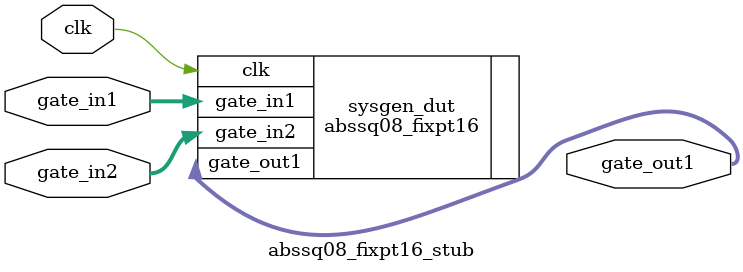
<source format=v>
`timescale 1 ns / 10 ps
module abssq08_fixpt16_stub (
  input [16-1:0] gate_in1,
  input [16-1:0] gate_in2,
  input clk,
  output [16-1:0] gate_out1
);
  abssq08_fixpt16 sysgen_dut (
    .gate_in1(gate_in1),
    .gate_in2(gate_in2),
    .clk(clk),
    .gate_out1(gate_out1)
  );
endmodule

</source>
